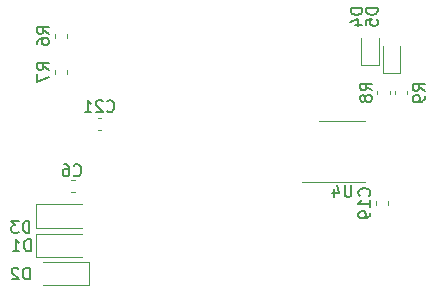
<source format=gbr>
G04 #@! TF.GenerationSoftware,KiCad,Pcbnew,5.1.8-1.fc33*
G04 #@! TF.CreationDate,2020-11-26T22:59:40+01:00*
G04 #@! TF.ProjectId,venom,76656e6f-6d2e-46b6-9963-61645f706362,rev?*
G04 #@! TF.SameCoordinates,Original*
G04 #@! TF.FileFunction,Legend,Bot*
G04 #@! TF.FilePolarity,Positive*
%FSLAX46Y46*%
G04 Gerber Fmt 4.6, Leading zero omitted, Abs format (unit mm)*
G04 Created by KiCad (PCBNEW 5.1.8-1.fc33) date 2020-11-26 22:59:40*
%MOMM*%
%LPD*%
G01*
G04 APERTURE LIST*
%ADD10C,0.120000*%
%ADD11C,0.150000*%
G04 APERTURE END LIST*
D10*
X148887221Y-117570000D02*
X149212779Y-117570000D01*
X148887221Y-118590000D02*
X149212779Y-118590000D01*
X145940000Y-124070000D02*
X149840000Y-124070000D01*
X145940000Y-122070000D02*
X149840000Y-122070000D01*
X145940000Y-124070000D02*
X145940000Y-122070000D01*
X150440000Y-124450000D02*
X150440000Y-126450000D01*
X150440000Y-126450000D02*
X146540000Y-126450000D01*
X150440000Y-124450000D02*
X146540000Y-124450000D01*
X145950000Y-121560000D02*
X149850000Y-121560000D01*
X145950000Y-119560000D02*
X149850000Y-119560000D01*
X145950000Y-121560000D02*
X145950000Y-119560000D01*
X147490000Y-105157221D02*
X147490000Y-105482779D01*
X148510000Y-105157221D02*
X148510000Y-105482779D01*
X148510000Y-108217221D02*
X148510000Y-108542779D01*
X147490000Y-108217221D02*
X147490000Y-108542779D01*
X175850000Y-109957221D02*
X175850000Y-110282779D01*
X174830000Y-109957221D02*
X174830000Y-110282779D01*
X176350000Y-109957221D02*
X176350000Y-110282779D01*
X177370000Y-109957221D02*
X177370000Y-110282779D01*
X169900000Y-112560000D02*
X173800000Y-112560000D01*
X168400000Y-117680000D02*
X173800000Y-117680000D01*
X175710000Y-119337221D02*
X175710000Y-119662779D01*
X174690000Y-119337221D02*
X174690000Y-119662779D01*
X174935000Y-105550000D02*
X174935000Y-107835000D01*
X174935000Y-107835000D02*
X173465000Y-107835000D01*
X173465000Y-107835000D02*
X173465000Y-105550000D01*
X175265000Y-108485000D02*
X175265000Y-106200000D01*
X176735000Y-108485000D02*
X175265000Y-108485000D01*
X176735000Y-106200000D02*
X176735000Y-108485000D01*
X151452779Y-113270000D02*
X151127221Y-113270000D01*
X151452779Y-112250000D02*
X151127221Y-112250000D01*
D11*
X149116666Y-117117142D02*
X149164285Y-117164761D01*
X149307142Y-117212380D01*
X149402380Y-117212380D01*
X149545238Y-117164761D01*
X149640476Y-117069523D01*
X149688095Y-116974285D01*
X149735714Y-116783809D01*
X149735714Y-116640952D01*
X149688095Y-116450476D01*
X149640476Y-116355238D01*
X149545238Y-116260000D01*
X149402380Y-116212380D01*
X149307142Y-116212380D01*
X149164285Y-116260000D01*
X149116666Y-116307619D01*
X148259523Y-116212380D02*
X148450000Y-116212380D01*
X148545238Y-116260000D01*
X148592857Y-116307619D01*
X148688095Y-116450476D01*
X148735714Y-116640952D01*
X148735714Y-117021904D01*
X148688095Y-117117142D01*
X148640476Y-117164761D01*
X148545238Y-117212380D01*
X148354761Y-117212380D01*
X148259523Y-117164761D01*
X148211904Y-117117142D01*
X148164285Y-117021904D01*
X148164285Y-116783809D01*
X148211904Y-116688571D01*
X148259523Y-116640952D01*
X148354761Y-116593333D01*
X148545238Y-116593333D01*
X148640476Y-116640952D01*
X148688095Y-116688571D01*
X148735714Y-116783809D01*
X145468095Y-123552380D02*
X145468095Y-122552380D01*
X145230000Y-122552380D01*
X145087142Y-122600000D01*
X144991904Y-122695238D01*
X144944285Y-122790476D01*
X144896666Y-122980952D01*
X144896666Y-123123809D01*
X144944285Y-123314285D01*
X144991904Y-123409523D01*
X145087142Y-123504761D01*
X145230000Y-123552380D01*
X145468095Y-123552380D01*
X143944285Y-123552380D02*
X144515714Y-123552380D01*
X144230000Y-123552380D02*
X144230000Y-122552380D01*
X144325238Y-122695238D01*
X144420476Y-122790476D01*
X144515714Y-122838095D01*
X145368095Y-125952380D02*
X145368095Y-124952380D01*
X145130000Y-124952380D01*
X144987142Y-125000000D01*
X144891904Y-125095238D01*
X144844285Y-125190476D01*
X144796666Y-125380952D01*
X144796666Y-125523809D01*
X144844285Y-125714285D01*
X144891904Y-125809523D01*
X144987142Y-125904761D01*
X145130000Y-125952380D01*
X145368095Y-125952380D01*
X144415714Y-125047619D02*
X144368095Y-125000000D01*
X144272857Y-124952380D01*
X144034761Y-124952380D01*
X143939523Y-125000000D01*
X143891904Y-125047619D01*
X143844285Y-125142857D01*
X143844285Y-125238095D01*
X143891904Y-125380952D01*
X144463333Y-125952380D01*
X143844285Y-125952380D01*
X145348095Y-121992380D02*
X145348095Y-120992380D01*
X145110000Y-120992380D01*
X144967142Y-121040000D01*
X144871904Y-121135238D01*
X144824285Y-121230476D01*
X144776666Y-121420952D01*
X144776666Y-121563809D01*
X144824285Y-121754285D01*
X144871904Y-121849523D01*
X144967142Y-121944761D01*
X145110000Y-121992380D01*
X145348095Y-121992380D01*
X144443333Y-120992380D02*
X143824285Y-120992380D01*
X144157619Y-121373333D01*
X144014761Y-121373333D01*
X143919523Y-121420952D01*
X143871904Y-121468571D01*
X143824285Y-121563809D01*
X143824285Y-121801904D01*
X143871904Y-121897142D01*
X143919523Y-121944761D01*
X144014761Y-121992380D01*
X144300476Y-121992380D01*
X144395714Y-121944761D01*
X144443333Y-121897142D01*
X147022380Y-105153333D02*
X146546190Y-104820000D01*
X147022380Y-104581904D02*
X146022380Y-104581904D01*
X146022380Y-104962857D01*
X146070000Y-105058095D01*
X146117619Y-105105714D01*
X146212857Y-105153333D01*
X146355714Y-105153333D01*
X146450952Y-105105714D01*
X146498571Y-105058095D01*
X146546190Y-104962857D01*
X146546190Y-104581904D01*
X146022380Y-106010476D02*
X146022380Y-105820000D01*
X146070000Y-105724761D01*
X146117619Y-105677142D01*
X146260476Y-105581904D01*
X146450952Y-105534285D01*
X146831904Y-105534285D01*
X146927142Y-105581904D01*
X146974761Y-105629523D01*
X147022380Y-105724761D01*
X147022380Y-105915238D01*
X146974761Y-106010476D01*
X146927142Y-106058095D01*
X146831904Y-106105714D01*
X146593809Y-106105714D01*
X146498571Y-106058095D01*
X146450952Y-106010476D01*
X146403333Y-105915238D01*
X146403333Y-105724761D01*
X146450952Y-105629523D01*
X146498571Y-105581904D01*
X146593809Y-105534285D01*
X147022380Y-108213333D02*
X146546190Y-107880000D01*
X147022380Y-107641904D02*
X146022380Y-107641904D01*
X146022380Y-108022857D01*
X146070000Y-108118095D01*
X146117619Y-108165714D01*
X146212857Y-108213333D01*
X146355714Y-108213333D01*
X146450952Y-108165714D01*
X146498571Y-108118095D01*
X146546190Y-108022857D01*
X146546190Y-107641904D01*
X146022380Y-108546666D02*
X146022380Y-109213333D01*
X147022380Y-108784761D01*
X174362380Y-109953333D02*
X173886190Y-109620000D01*
X174362380Y-109381904D02*
X173362380Y-109381904D01*
X173362380Y-109762857D01*
X173410000Y-109858095D01*
X173457619Y-109905714D01*
X173552857Y-109953333D01*
X173695714Y-109953333D01*
X173790952Y-109905714D01*
X173838571Y-109858095D01*
X173886190Y-109762857D01*
X173886190Y-109381904D01*
X173790952Y-110524761D02*
X173743333Y-110429523D01*
X173695714Y-110381904D01*
X173600476Y-110334285D01*
X173552857Y-110334285D01*
X173457619Y-110381904D01*
X173410000Y-110429523D01*
X173362380Y-110524761D01*
X173362380Y-110715238D01*
X173410000Y-110810476D01*
X173457619Y-110858095D01*
X173552857Y-110905714D01*
X173600476Y-110905714D01*
X173695714Y-110858095D01*
X173743333Y-110810476D01*
X173790952Y-110715238D01*
X173790952Y-110524761D01*
X173838571Y-110429523D01*
X173886190Y-110381904D01*
X173981428Y-110334285D01*
X174171904Y-110334285D01*
X174267142Y-110381904D01*
X174314761Y-110429523D01*
X174362380Y-110524761D01*
X174362380Y-110715238D01*
X174314761Y-110810476D01*
X174267142Y-110858095D01*
X174171904Y-110905714D01*
X173981428Y-110905714D01*
X173886190Y-110858095D01*
X173838571Y-110810476D01*
X173790952Y-110715238D01*
X178812380Y-109983333D02*
X178336190Y-109650000D01*
X178812380Y-109411904D02*
X177812380Y-109411904D01*
X177812380Y-109792857D01*
X177860000Y-109888095D01*
X177907619Y-109935714D01*
X178002857Y-109983333D01*
X178145714Y-109983333D01*
X178240952Y-109935714D01*
X178288571Y-109888095D01*
X178336190Y-109792857D01*
X178336190Y-109411904D01*
X178812380Y-110459523D02*
X178812380Y-110650000D01*
X178764761Y-110745238D01*
X178717142Y-110792857D01*
X178574285Y-110888095D01*
X178383809Y-110935714D01*
X178002857Y-110935714D01*
X177907619Y-110888095D01*
X177860000Y-110840476D01*
X177812380Y-110745238D01*
X177812380Y-110554761D01*
X177860000Y-110459523D01*
X177907619Y-110411904D01*
X178002857Y-110364285D01*
X178240952Y-110364285D01*
X178336190Y-110411904D01*
X178383809Y-110459523D01*
X178431428Y-110554761D01*
X178431428Y-110745238D01*
X178383809Y-110840476D01*
X178336190Y-110888095D01*
X178240952Y-110935714D01*
X172611904Y-117972380D02*
X172611904Y-118781904D01*
X172564285Y-118877142D01*
X172516666Y-118924761D01*
X172421428Y-118972380D01*
X172230952Y-118972380D01*
X172135714Y-118924761D01*
X172088095Y-118877142D01*
X172040476Y-118781904D01*
X172040476Y-117972380D01*
X171135714Y-118305714D02*
X171135714Y-118972380D01*
X171373809Y-117924761D02*
X171611904Y-118639047D01*
X170992857Y-118639047D01*
X174127142Y-118857142D02*
X174174761Y-118809523D01*
X174222380Y-118666666D01*
X174222380Y-118571428D01*
X174174761Y-118428571D01*
X174079523Y-118333333D01*
X173984285Y-118285714D01*
X173793809Y-118238095D01*
X173650952Y-118238095D01*
X173460476Y-118285714D01*
X173365238Y-118333333D01*
X173270000Y-118428571D01*
X173222380Y-118571428D01*
X173222380Y-118666666D01*
X173270000Y-118809523D01*
X173317619Y-118857142D01*
X174222380Y-119809523D02*
X174222380Y-119238095D01*
X174222380Y-119523809D02*
X173222380Y-119523809D01*
X173365238Y-119428571D01*
X173460476Y-119333333D01*
X173508095Y-119238095D01*
X174222380Y-120285714D02*
X174222380Y-120476190D01*
X174174761Y-120571428D01*
X174127142Y-120619047D01*
X173984285Y-120714285D01*
X173793809Y-120761904D01*
X173412857Y-120761904D01*
X173317619Y-120714285D01*
X173270000Y-120666666D01*
X173222380Y-120571428D01*
X173222380Y-120380952D01*
X173270000Y-120285714D01*
X173317619Y-120238095D01*
X173412857Y-120190476D01*
X173650952Y-120190476D01*
X173746190Y-120238095D01*
X173793809Y-120285714D01*
X173841428Y-120380952D01*
X173841428Y-120571428D01*
X173793809Y-120666666D01*
X173746190Y-120714285D01*
X173650952Y-120761904D01*
X173552380Y-102961904D02*
X172552380Y-102961904D01*
X172552380Y-103200000D01*
X172600000Y-103342857D01*
X172695238Y-103438095D01*
X172790476Y-103485714D01*
X172980952Y-103533333D01*
X173123809Y-103533333D01*
X173314285Y-103485714D01*
X173409523Y-103438095D01*
X173504761Y-103342857D01*
X173552380Y-103200000D01*
X173552380Y-102961904D01*
X172885714Y-104390476D02*
X173552380Y-104390476D01*
X172504761Y-104152380D02*
X173219047Y-103914285D01*
X173219047Y-104533333D01*
X174852380Y-102961904D02*
X173852380Y-102961904D01*
X173852380Y-103200000D01*
X173900000Y-103342857D01*
X173995238Y-103438095D01*
X174090476Y-103485714D01*
X174280952Y-103533333D01*
X174423809Y-103533333D01*
X174614285Y-103485714D01*
X174709523Y-103438095D01*
X174804761Y-103342857D01*
X174852380Y-103200000D01*
X174852380Y-102961904D01*
X173852380Y-104438095D02*
X173852380Y-103961904D01*
X174328571Y-103914285D01*
X174280952Y-103961904D01*
X174233333Y-104057142D01*
X174233333Y-104295238D01*
X174280952Y-104390476D01*
X174328571Y-104438095D01*
X174423809Y-104485714D01*
X174661904Y-104485714D01*
X174757142Y-104438095D01*
X174804761Y-104390476D01*
X174852380Y-104295238D01*
X174852380Y-104057142D01*
X174804761Y-103961904D01*
X174757142Y-103914285D01*
X151932857Y-111687142D02*
X151980476Y-111734761D01*
X152123333Y-111782380D01*
X152218571Y-111782380D01*
X152361428Y-111734761D01*
X152456666Y-111639523D01*
X152504285Y-111544285D01*
X152551904Y-111353809D01*
X152551904Y-111210952D01*
X152504285Y-111020476D01*
X152456666Y-110925238D01*
X152361428Y-110830000D01*
X152218571Y-110782380D01*
X152123333Y-110782380D01*
X151980476Y-110830000D01*
X151932857Y-110877619D01*
X151551904Y-110877619D02*
X151504285Y-110830000D01*
X151409047Y-110782380D01*
X151170952Y-110782380D01*
X151075714Y-110830000D01*
X151028095Y-110877619D01*
X150980476Y-110972857D01*
X150980476Y-111068095D01*
X151028095Y-111210952D01*
X151599523Y-111782380D01*
X150980476Y-111782380D01*
X150028095Y-111782380D02*
X150599523Y-111782380D01*
X150313809Y-111782380D02*
X150313809Y-110782380D01*
X150409047Y-110925238D01*
X150504285Y-111020476D01*
X150599523Y-111068095D01*
M02*

</source>
